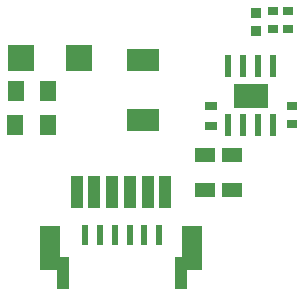
<source format=gtp>
G04*
G04 #@! TF.GenerationSoftware,Altium Limited,Altium Designer,21.6.1 (37)*
G04*
G04 Layer_Color=8421504*
%FSLAX44Y44*%
%MOMM*%
G71*
G04*
G04 #@! TF.SameCoordinates,4ABF761C-D1B2-43E9-9F85-C7646A4A9D86*
G04*
G04*
G04 #@! TF.FilePolarity,Positive*
G04*
G01*
G75*
%ADD14R,0.6000X1.7000*%
%ADD15R,1.0000X2.7000*%
%ADD16R,1.8000X3.8000*%
%ADD17R,0.6000X1.9700*%
%ADD18R,3.0000X2.1300*%
%ADD19R,2.7940X1.9050*%
%ADD20R,1.0000X0.8000*%
%ADD21R,1.8200X1.1500*%
%ADD22R,1.3800X1.8200*%
%ADD23R,0.9300X0.8900*%
%ADD24R,2.2000X2.3000*%
%ADD25R,0.9000X0.7000*%
G36*
X386400Y227800D02*
Y234800D01*
X397800D01*
Y227800D01*
X386400D01*
D02*
G37*
G36*
Y237200D02*
Y244200D01*
X397800D01*
Y237200D01*
X386400D01*
D02*
G37*
G36*
X400200Y227800D02*
Y234800D01*
X411600D01*
Y227800D01*
X400200D01*
D02*
G37*
G36*
Y237200D02*
Y244200D01*
X411600D01*
Y237200D01*
X400200D01*
D02*
G37*
D14*
X258750Y117750D02*
D03*
X271250D02*
D03*
X283750D02*
D03*
X296250D02*
D03*
X308750D02*
D03*
X321250D02*
D03*
D15*
X339750Y85750D02*
D03*
X240250D02*
D03*
X251500Y154000D02*
D03*
X266500D02*
D03*
X281500D02*
D03*
X296500D02*
D03*
X311500D02*
D03*
X326500D02*
D03*
D16*
X229000Y107000D02*
D03*
X349000D02*
D03*
D17*
X379950Y211250D02*
D03*
X392650D02*
D03*
X405350D02*
D03*
X418050D02*
D03*
Y260750D02*
D03*
X405350D02*
D03*
X392650D02*
D03*
X379950D02*
D03*
D18*
X399000Y236000D02*
D03*
D19*
X307500Y266150D02*
D03*
Y215350D02*
D03*
D20*
X365000Y227500D02*
D03*
Y210500D02*
D03*
D21*
X383000Y185850D02*
D03*
Y156150D02*
D03*
X360000Y185850D02*
D03*
Y156150D02*
D03*
D22*
X199620Y211000D02*
D03*
X227000D02*
D03*
X199810Y240000D02*
D03*
X227190D02*
D03*
D23*
X403750Y305700D02*
D03*
Y290300D02*
D03*
D24*
X204250Y268000D02*
D03*
X253250D02*
D03*
D25*
X430500Y292500D02*
D03*
Y307500D02*
D03*
X433500Y227000D02*
D03*
Y212000D02*
D03*
X417750Y307750D02*
D03*
Y292750D02*
D03*
M02*

</source>
